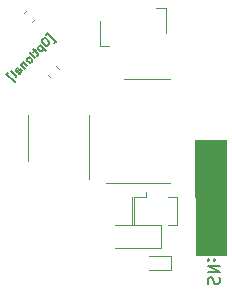
<source format=gbr>
G04 #@! TF.GenerationSoftware,KiCad,Pcbnew,(5.1.6)-1*
G04 #@! TF.CreationDate,2020-12-13T19:26:13+01:00*
G04 #@! TF.ProjectId,ACM-pcb,41434d2d-7063-4622-9e6b-696361645f70,rev?*
G04 #@! TF.SameCoordinates,Original*
G04 #@! TF.FileFunction,Legend,Bot*
G04 #@! TF.FilePolarity,Positive*
%FSLAX46Y46*%
G04 Gerber Fmt 4.6, Leading zero omitted, Abs format (unit mm)*
G04 Created by KiCad (PCBNEW (5.1.6)-1) date 2020-12-13 19:26:13*
%MOMM*%
%LPD*%
G01*
G04 APERTURE LIST*
%ADD10C,0.150000*%
%ADD11C,0.100000*%
%ADD12C,0.120000*%
G04 APERTURE END LIST*
D10*
X67789469Y-70465848D02*
X67907320Y-70347997D01*
X67200213Y-69640890D01*
X67082362Y-69758741D01*
X66846660Y-70088724D02*
X66752379Y-70183005D01*
X66728809Y-70253716D01*
X66728809Y-70347997D01*
X66799519Y-70465848D01*
X66964511Y-70630839D01*
X67082362Y-70701550D01*
X67176643Y-70701550D01*
X67247354Y-70677980D01*
X67341634Y-70583699D01*
X67365205Y-70512988D01*
X67365205Y-70418707D01*
X67294494Y-70300856D01*
X67129502Y-70135865D01*
X67011651Y-70065154D01*
X66917370Y-70065154D01*
X66846660Y-70088724D01*
X66587387Y-70677980D02*
X67082362Y-71172955D01*
X66610957Y-70701550D02*
X66540247Y-70725120D01*
X66445966Y-70819401D01*
X66422396Y-70890112D01*
X66422396Y-70937252D01*
X66445966Y-71007963D01*
X66587387Y-71149384D01*
X66658098Y-71172955D01*
X66705238Y-71172955D01*
X66775949Y-71149384D01*
X66870230Y-71055103D01*
X66893800Y-70984393D01*
X66210264Y-71055103D02*
X66021702Y-71243665D01*
X65974561Y-70960822D02*
X66398825Y-71385087D01*
X66422396Y-71455797D01*
X66398825Y-71526508D01*
X66351685Y-71573648D01*
X66186693Y-71738640D02*
X65856710Y-71408657D01*
X65691719Y-71243665D02*
X65738859Y-71243665D01*
X65738859Y-71290806D01*
X65691719Y-71290806D01*
X65691719Y-71243665D01*
X65738859Y-71290806D01*
X65880280Y-72045053D02*
X65903851Y-71974342D01*
X65903851Y-71927202D01*
X65880280Y-71856491D01*
X65738859Y-71715070D01*
X65668148Y-71691500D01*
X65621008Y-71691500D01*
X65550297Y-71715070D01*
X65479587Y-71785780D01*
X65456016Y-71856491D01*
X65456016Y-71903632D01*
X65479587Y-71974342D01*
X65621008Y-72115764D01*
X65691719Y-72139334D01*
X65738859Y-72139334D01*
X65809570Y-72115764D01*
X65880280Y-72045053D01*
X65173174Y-72092193D02*
X65503157Y-72422177D01*
X65220314Y-72139334D02*
X65173174Y-72139334D01*
X65102463Y-72162904D01*
X65031752Y-72233615D01*
X65008182Y-72304325D01*
X65031752Y-72375036D01*
X65291025Y-72634309D01*
X64843190Y-73082143D02*
X64583918Y-72822870D01*
X64560348Y-72752160D01*
X64583918Y-72681449D01*
X64678199Y-72587168D01*
X64748910Y-72563598D01*
X64819620Y-73058573D02*
X64890331Y-73035002D01*
X65008182Y-72917151D01*
X65031752Y-72846441D01*
X65008182Y-72775730D01*
X64961042Y-72728589D01*
X64890331Y-72705019D01*
X64819620Y-72728589D01*
X64701769Y-72846441D01*
X64631058Y-72870011D01*
X64536778Y-73388556D02*
X64560348Y-73317845D01*
X64536778Y-73247134D01*
X64112513Y-72822870D01*
X64560348Y-73694969D02*
X64442497Y-73812820D01*
X63735390Y-73105713D01*
X63853241Y-72987862D01*
X80824438Y-90887419D02*
X80776819Y-90744561D01*
X80776819Y-90506466D01*
X80824438Y-90411228D01*
X80872057Y-90363609D01*
X80967295Y-90315990D01*
X81062533Y-90315990D01*
X81157771Y-90363609D01*
X81205390Y-90411228D01*
X81253009Y-90506466D01*
X81300628Y-90696942D01*
X81348247Y-90792180D01*
X81395866Y-90839800D01*
X81491104Y-90887419D01*
X81586342Y-90887419D01*
X81681580Y-90839800D01*
X81729200Y-90792180D01*
X81776819Y-90696942D01*
X81776819Y-90458847D01*
X81729200Y-90315990D01*
X80776819Y-89887419D02*
X81776819Y-89887419D01*
X80776819Y-89315990D01*
X81776819Y-89315990D01*
X80872057Y-88839800D02*
X80824438Y-88792180D01*
X80776819Y-88839800D01*
X80824438Y-88887419D01*
X80872057Y-88839800D01*
X80776819Y-88839800D01*
X81395866Y-88839800D02*
X81348247Y-88792180D01*
X81300628Y-88839800D01*
X81348247Y-88887419D01*
X81395866Y-88839800D01*
X81300628Y-88839800D01*
D11*
G36*
X82355200Y-88442800D02*
G01*
X79756000Y-88442800D01*
X79726400Y-78663800D01*
X82325600Y-78663800D01*
X82355200Y-88442800D01*
G37*
X82355200Y-88442800D02*
X79756000Y-88442800D01*
X79726400Y-78663800D01*
X82325600Y-78663800D01*
X82355200Y-88442800D01*
X76422000Y-67488000D02*
X77222000Y-67488000D01*
X77222000Y-67488000D02*
X77222000Y-69588000D01*
X71622000Y-68588000D02*
X71622000Y-70688000D01*
X71622000Y-70688000D02*
X72422000Y-70688000D01*
D12*
X74377800Y-83896300D02*
X74377800Y-83496300D01*
X74577800Y-83896300D02*
X74577800Y-83496300D01*
X78177800Y-83896300D02*
X78177800Y-83496300D01*
X74377800Y-85896300D02*
X74377800Y-83896300D01*
X75577800Y-83496300D02*
X75577800Y-83096300D01*
X75577800Y-83496300D02*
X74577800Y-83496300D01*
X74577800Y-83896300D02*
X74577800Y-85896300D01*
X74577800Y-85896300D02*
X75577800Y-85896300D01*
X77377800Y-85896300D02*
X78177800Y-85896300D01*
X78177800Y-85896300D02*
X78177800Y-83896300D01*
X78177800Y-83496300D02*
X77377800Y-83496300D01*
X75628500Y-82349500D02*
X72178500Y-82349500D01*
X75628500Y-82349500D02*
X77578500Y-82349500D01*
X75628500Y-73479500D02*
X73678500Y-73479500D01*
X75628500Y-73479500D02*
X77578500Y-73479500D01*
X76799000Y-85868000D02*
X76799000Y-87868000D01*
X76799000Y-87868000D02*
X72899000Y-87868000D01*
X76799000Y-85868000D02*
X72899000Y-85868000D01*
X68166727Y-72652478D02*
X67936522Y-72422273D01*
X67445478Y-73373727D02*
X67215273Y-73143522D01*
X75800000Y-89700000D02*
X77650000Y-89700000D01*
X75800000Y-88500000D02*
X77650000Y-88500000D01*
X77650000Y-88500000D02*
X77650000Y-89700000D01*
X65208673Y-67928078D02*
X65438878Y-67697873D01*
X65929922Y-68649327D02*
X66160127Y-68419122D01*
X65575500Y-78549500D02*
X65575500Y-76599500D01*
X65575500Y-78549500D02*
X65575500Y-80499500D01*
X70695500Y-78549500D02*
X70695500Y-76599500D01*
X70695500Y-78549500D02*
X70695500Y-81999500D01*
M02*

</source>
